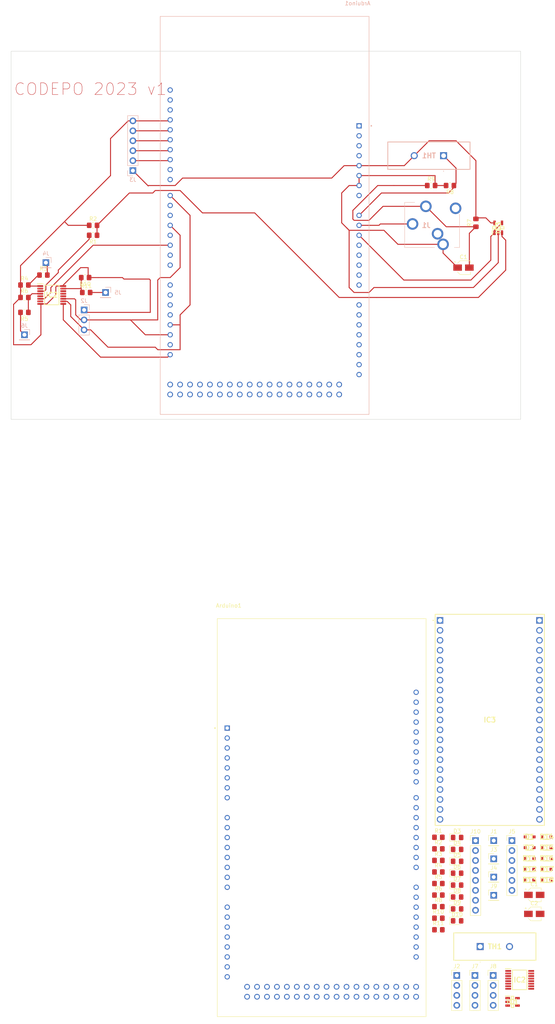
<source format=kicad_pcb>
(kicad_pcb (version 20221018) (generator pcbnew)
  (layers (0 "F.Cu" signal) (31 "B.Cu" signal) (34 "B.Paste" user) (35 "F.Paste" user) (36 "B.SilkS" user "B.Silkscreen") (37 "F.SilkS" user "F.Silkscreen") (38 "B.Mask" user) (39 "F.Mask" user) (44 "Edge.Cuts" user))
  (net 0 "")
  (net 5 "5V")
  (net 6 "0")
  (net 8 "Net-(Arduino1-ADC0)")
  (net 9 "Net-(Arduino1-ADC1)")
  (net 10 "Net-(Arduino1-ADC2)")
  (net 11 "Net-(Arduino1-ADC3)")
  (net 12 "Net-(Arduino1-ADC4)")
  (net 13 "Net-(Arduino1-ADC5)")
  (net 14 "Net-(Arduino1-ADC6)")
  (net 15 "Net-(Arduino1-ADC7)")
  (net 59 "Net-(Arduino1-D18{slash}TX1)")
  (net 61 "Net-(Arduino1-D19{slash}RX1)")
  (net 62 "Net-(Arduino1-D17{slash}RX2)")
  (net 63 "Net-(Arduino1-D16{slash}TX2)")
  (net 68 "Net-(Arduino1-D2)")
  (net 72 "Net-(IC2-VDD)")
  (net 83 "Net-(IC1-V+)")
  (net 84 "Net-(IC2-S4)")
  (net 85 "Net-(IC2-D)")
  (net 86 "Net-(IC2-S7)")
  (net 87 "Net-(D18-A)")
  (net 89 "Net-(IC2-S3)")
  (net 91 "Net-(IC2-S2)")
  (net 131 "Net-(J1-Pin_1)")
  (net 132 "Net-(J3-Pin_1)")
  (net 133 "Net-(J4-Pin_1)")
  (net 142 "Net-(Arduino1-D52)")
  (footprint "schottky:SODFL2513X70N" (layer "F.Cu") (at 217.23 119.21)
    (fp_text reference "D12")
    (fp_text value "D_Schottky" hide)
  )
  (footprint "Connector_PinHeader_2.54mm:PinHeader_1x01_P2.54mm_Vertical" (layer "F.Cu") (at 208.06 121.21)
    (fp_text reference "J4")
    (fp_text value "Conn_01x01_Pin")
  )
  (footprint "Diode_SMD:D_0805_2012Metric_Pad1.15x1.40mm_HandSolder" (layer "F.Cu") (at 198.715 114.145)
    (fp_text reference "D4")
    (fp_text value "D_Zener")
  )
  (footprint "Diode_SMD:D_0805_2012Metric_Pad1.15x1.40mm_HandSolder" (layer "F.Cu") (at 198.715 132.385)
    (fp_text reference "D10")
    (fp_text value "D_Zener")
  )
  (footprint "Connector_PinHeader_2.54mm:PinHeader_1x01_P2.54mm_Vertical" (layer "F.Cu") (at 208.06 116.56)
    (fp_text reference "J3")
    (fp_text value "Conn_01x01_Pin")
  )
  (footprint "Resistor_SMD:R_0805_2012Metric_Pad1.20x1.40mm_HandSolder" (layer "F.Cu") (at 193.92 134.66)
    (fp_text reference "R11")
    (fp_text value "910Kohm")
  )
  (footprint "Diode_SMD:D_0805_2012Metric_Pad1.15x1.40mm_HandSolder" (layer "F.Cu") (at 198.715 126.305)
    (fp_text reference "D8")
    (fp_text value "D_Zener")
  )
  (footprint "Capacitor_SMD:CP_Elec_3x5.3" (layer "F.Cu") (at 200.33 -34.37)
    (fp_text reference "C1")
    (fp_text value "100 uF" hide)
  )
  (footprint "Resistor_SMD:R_0805_2012Metric_Pad1.20x1.40mm_HandSolder" (layer "F.Cu") (at 93.015 -32.465)
    (fp_text reference "R3")
    (fp_text value "910Kohm")
  )
  (footprint "thermistor ntc:B57364S0300M000" (layer "F.Cu") (at 204.595 138.955)
    (fp_text reference "TH1")
    (fp_text value "Thermistor_NTC" hide)
  )
  (footprint "Resistor_SMD:R_0805_2012Metric_Pad1.20x1.40mm_HandSolder" (layer "F.Cu") (at 193.92 114.01)
    (fp_text reference "R2")
    (fp_text value "270kohm")
  )
  (footprint "Resistor_SMD:R_0805_2012Metric_Pad1.20x1.40mm_HandSolder" (layer "F.Cu") (at 192.075 -55.325)
    (fp_text reference "R9")
    (fp_text value "10kohm")
  )
  (footprint "Diode_SMD:D_0805_2012Metric_Pad1.15x1.40mm_HandSolder" (layer "F.Cu") (at 198.715 111.105)
    (fp_text reference "D3")
    (fp_text value "D_Zener")
  )
  (footprint "Diode_SMD:D_0805_2012Metric_Pad1.15x1.40mm_HandSolder" (layer "F.Cu") (at 198.715 120.225)
    (fp_text reference "D6")
    (fp_text value "D_Zener")
  )
  (footprint "schottky:SODFL2513X70N" (layer "F.Cu") (at 221.62 116.46)
    (fp_text reference "D16")
    (fp_text value "D_Schottky" hide)
  )
  (footprint "schottky:SODFL2513X70N" (layer "F.Cu") (at 221.62 119.21)
    (fp_text reference "D17")
    (fp_text value "D_Schottky" hide)
  )
  (footprint "Resistor_SMD:R_0805_2012Metric_Pad1.20x1.40mm_HandSolder" (layer "F.Cu") (at 105.715 -42.625 180)
    (fp_text reference "R1")
    (fp_text value "910kohm")
  )
  (footprint "schottky:SODFL2513X70N" (layer "F.Cu") (at 221.62 110.96)
    (fp_text reference "D14")
    (fp_text value "D_Schottky" hide)
  )
  (footprint "TMUX:SOP65P640X120-16N" (layer "F.Cu") (at 95.157 -27.385)
    (fp_text reference "IC2")
    (fp_text value "TMUX4051PWR" hide)
  )
  (footprint "OPA182IDBVR:SOT95P280X145-5N" (layer "F.Cu") (at 209.22 -44.53 90)
    (fp_text reference "IC3")
    (fp_text value "OPA182IDBVR" hide)
  )
  (footprint "Connector_PinHeader_2.54mm:PinHeader_1x04_P2.54mm_Vertical" (layer "F.Cu") (at 207.92 146.33)
    (fp_text reference "J8")
    (fp_text value "Conn_01x04_Pin")
  )
  (footprint "Capacitor_SMD:CP_Elec_3x5.3" (layer "F.Cu") (at 218.41 130.61)
    (fp_text reference "C2")
    (fp_text value "0.1uF")
  )
  (footprint "Resistor_SMD:R_0805_2012Metric_Pad1.20x1.40mm_HandSolder" (layer "F.Cu") (at 88.172 -29.925)
    (fp_text reference "R4")
    (fp_text value "450kohm")
  )
  (footprint "Resistor_SMD:R_0805_2012Metric_Pad1.20x1.40mm_HandSolder" (layer "F.Cu") (at 193.92 131.71)
    (fp_text reference "R10")
    (fp_text value "910Kohm")
  )
  (footprint "OPA182IDBVR:SOT95P280X145-5N" (layer "F.Cu") (at 212.87 153.075)
    (fp_text reference "IC1")
    (fp_text value "OPA182IDBVR" hide)
  )
  (footprint "Resistor_SMD:R_0805_2012Metric_Pad1.20x1.40mm_HandSolder" (layer "F.Cu") (at 103.682 -31.83 180)
    (fp_text reference "R10")
    (fp_text value "910Kohm")
  )
  (footprint "Diode_SMD:D_0805_2012Metric_Pad1.15x1.40mm_HandSolder" (layer "F.Cu") (at 198.715 129.345)
    (fp_text reference "D9")
    (fp_text value "D_Zener")
  )
  (footprint "Resistor_SMD:R_0805_2012Metric_Pad1.20x1.40mm_HandSolder" (layer "F.Cu") (at 88.172 -26.75)
    (fp_text reference "R6")
    (fp_text value "300kohm")
  )
  (footprint "schottky:SODFL2513X70N" (layer "F.Cu") (at 217.23 121.96)
    (fp_text reference "D13")
    (fp_text value "D_Schottky" hide)
  )
  (footprint "Resistor_SMD:R_0805_2012Metric_Pad1.20x1.40mm_HandSolder" (layer "F.Cu") (at 203.505 -45.8 90)
    (fp_text reference "R7")
    (fp_text value "10kohm")
  )
  (footprint "Resistor_SMD:R_0805_2012Metric_Pad1.20x1.40mm_HandSolder" (layer "F.Cu") (at 105.715 -45.165)
    (fp_text reference "R2")
    (fp_text value "270kohm")
  )
  (footprint "schottky:SODFL2513X70N" (layer "F.Cu") (at 217.23 113.71)
    (fp_text reference "D2")
    (fp_text value "D_Schottky" hide)
  )
  (footprint "Connector_PinHeader_2.54mm:PinHeader_1x04_P2.54mm_Vertical" (layer "F.Cu") (at 203.27 146.33)
    (fp_text reference "J7")
    (fp_text value "Conn_01x04_Pin")
  )
  (footprint "Capacitor_SMD:CP_Elec_3x5.3" (layer "F.Cu") (at 218.41 125.76)
    (fp_text reference "C1")
    (fp_text value "0.1uF")
  )
  (footprint "TMUX4051PWR:SOP65P640X120-16N" (layer "F.Cu") (at 214.695 147.455)
    (fp_text reference "IC2")
    (fp_text value "TMUX4051PWR" hide)
  )
  (footprint "schottky:SODFL2513X70N" (layer "F.Cu") (at 221.62 113.71)
    (fp_text reference "D15")
    (fp_text value "D_Schottky" hide)
  )
  (footprint "Resistor_SMD:R_0805_2012Metric_Pad1.20x1.40mm_HandSolder" (layer "F.Cu") (at 193.92 125.81)
    (fp_text reference "R6")
    (fp_text value "300kohm")
  )
  (footprint "Connector_PinHeader_2.54mm:PinHeader_1x04_P2.54mm_Vertical" (layer "F.Cu") (at 198.62 146.33)
    (fp_text reference "J2")
    (fp_text value "Conn_01x04_Pin")
  )
  (footprint "Resistor_SMD:R_0805_2012Metric_Pad1.20x1.40mm_HandSolder" (layer "F.Cu") (at 103.952 -28.02)
    (fp_text reference "R11")
    (fp_text value "910Kohm")
  )
  (footprint "schottky:SODFL2513X70N" (layer "F.Cu") (at 217.23 116.46)
    (fp_text reference "D11")
    (fp_text value "D_Schottky" hide)
  )
  (footprint "Connector_PinHeader_2.54mm:PinHeader_1x01_P2.54mm_Vertical" (layer "F.Cu") (at 208.06 111.91)
    (fp_text reference "J1")
    (fp_text value "Conn_01x01_Pin")
  )
  (footprint "Resistor_SMD:R_0805_2012Metric_Pad1.20x1.40mm_HandSolder" (layer "F.Cu") (at 193.92 119.91)
    (fp_text reference "R4")
    (fp_text value "450kohm")
  )
  (footprint "Resistor_SMD:R_0805_2012Metric_Pad1.20x1.40mm_HandSolder" (layer "F.Cu") (at 193.92 122.86)
    (fp_text reference "R5")
    (fp_text value "910 kohms")
  )
  (footprint "Resistor_SMD:R_0805_2012Metric_Pad1.20x1.40mm_HandSolder" (layer "F.Cu") (at 193.92 128.76)
    (fp_text reference "R8")
    (fp_text value "10kohm")
  )
  (footprint "Resistor_SMD:R_0805_2012Metric_Pad1.20x1.40mm_HandSolder" (layer "F.Cu") (at 193.92 116.96)
    (fp_text reference "R3")
    (fp_text value "910Kohm")
  )
  (footprint "Diode_SMD:D_0805_2012Metric_Pad1.15x1.40mm_HandSolder" (layer "F.Cu") (at 198.715 117.185)
    (fp_text reference "D5")
    (fp_text value "D_Zener")
  )
  (footprint "Resistor_SMD:R_0805_2012Metric_Pad1.20x1.40mm_HandSolder" (layer "F.Cu") (at 193.92 111.06)
    (fp_text reference "R1")
    (fp_text value "910kohm")
  )
  (footprint "Resistor_SMD:R_0805_2012Metric_Pad1.20x1.40mm_HandSolder" (layer "F.Cu") (at 196.885 -55.325 180)
    (fp_text reference "R8")
    (fp_text value "10kohm")
  )
  (footprint "schottky:SODFL2513X70N" (layer "F.Cu") (at 221.62 121.96)
    (fp_text reference "D18")
    (fp_text value "D_Schottky" hide)
  )
  (footprint "A000062 (2):MODULE_A000062" (layer "F.Cu") (at 164.105 106.04)
    (fp_text reference "Arduino1")
    (fp_text value "DUE")
  )
  (footprint "Connector_PinHeader_2.54mm:PinHeader_1x06_P2.54mm_Vertical" (layer "F.Cu") (at 212.71 111.91)
    (fp_text reference "J5")
    (fp_text value "Conn_01x06_Pin")
  )
  (footprint "Resistor_SMD:R_0805_2012Metric_Pad1.20x1.40mm_HandSolder" (layer "F.Cu") (at 88.172 -22.94 180)
    (fp_text reference "R5")
    (fp_text value "910 kohms")
  )
  (footprint "Connector_PinHeader_2.54mm:PinHeader_1x08_P2.54mm_Vertical" (layer "F.Cu") (at 203.41 111.91)
    (fp_text reference "J10")
    (fp_text value "Conn_01x08_Pin")
  )
  (footprint "schottky:SODFL2513X70N" (layer "F.Cu") (at 217.23 110.96)
    (fp_text reference "D1")
    (fp_text value "D_Schottky" hide)
  )
  (footprint "ESP32-S2-Saola-1RI:ESP32S2Saola1RI" (layer "F.Cu") (at 194.345 55.685)
    (fp_text reference "IC3")
    (fp_text value "ESP32-S2-Saola-1RI" hide)
  )
  (footprint "Connector_PinHeader_2.54mm:PinHeader_1x01_P2.54mm_Vertical" (layer "F.Cu") (at 208.06 125.86)
    (fp_text reference "J9")
    (fp_text value "Conn_01x01_Pin")
  )
  (footprint "Diode_SMD:D_0805_2012Metric_Pad1.15x1.40mm_HandSolder" (layer "F.Cu") (at 198.715 123.265)
    (fp_text reference "D7")
    (fp_text value "D_Zener")
  )
  (footprint "Connector_PinHeader_2.54mm:PinHeader_1x01_P2.54mm_Vertical" (layer "B.Cu") (at 93.65 -35.64 180)
    (fp_text reference "J4")
    (fp_text value "Conn_01x01_Pin")
  )
  (footprint "Connector_PinHeader_2.54mm:PinHeader_1x06_P2.54mm_Vertical" (layer "B.Cu") (at 115.875 -59.135)
    (fp_text reference "J3")
    (fp_text value "Conn_01x06_Pin")
  )
  (footprint "thermistor ntc:B57364S0300M000" (layer "B.Cu") (at 195.25 -62.945 180)
    (fp_text reference "TH1")
    (fp_text value "Thermistor_NTC" hide)
  )
  (footprint "Connector_PinHeader_2.54mm:PinHeader_1x01_P2.54mm_Vertical" (layer "B.Cu") (at 108.89 -28.02 180)
    (fp_text reference "J5")
    (fp_text value "Conn_01x01_Pin")
  )
  (footprint "A000062 (2):MODULE_A000062" (layer "B.Cu") (at 149.53 -47.705 180)
    (fp_text reference "Arduino1")
    (fp_text value "DUE")
  )
  (footprint "35RAPC4BH3:35RAPC4BH3" (layer "B.Cu") (at 187.3165 -45.515)
    (fp_text reference "J1")
    (fp_text value "35RAPC4BH3" hide)
  )
  (footprint "Connector_PinHeader_2.54mm:PinHeader_1x01_P2.54mm_Vertical" (layer "B.Cu") (at 88.172 -17.225 180)
    (fp_text reference "J6")
    (fp_text value "Conn_01x01_Pin")
  )
  (footprint "Connector_PinHeader_2.54mm:PinHeader_1x03_P2.54mm_Vertical" (layer "B.Cu") (at 103.412 -23.56 180)
    (fp_text reference "J2")
    (fp_text value "Conn_01x03_Pin")
  )
  (gr_rect (start 84.76 -89.615) (end 214.935 4.365) (stroke (width 0.1)) (fill none) (layer "Edge.Cuts"))
  (gr_text "CODEPO 2023 v1	" (at 85.395 -78.185) (layer "F.Cu") (effects (font (size 3 3) (thickness 0.1)) (justify left bottom)))
  (segment (start 185.09 -31.195) (end 173.66 -42.625) (width 0.25) (layer "F.Cu") (net 0))
  (segment (start 127.94 -13.415) (end 127.94 -19.765) (width 0.25) (layer "F.Cu") (net 0))
  (segment (start 173.955 -42.33) (end 173.66 -42.625) (width 0.25) (layer "F.Cu") (net 0))
  (segment (start 103.412 -18.48) (end 100 -21.892) (width 0.25) (layer "F.Cu") (net 0))
  (segment (start 198.425 -55.865) (end 197.885 -55.325) (width 0.25) (layer "F.Cu") (net 0))
  (segment (start 198.425 -66.755) (end 203.505 -61.675) (width 0.25) (layer "F.Cu") (net 0))
  (segment (start 171.12 -29.29) (end 171.12 -43.775) (width 0.25) (layer "F.Cu") (net 0))
  (segment (start 115.875 -69.295) (end 125.146 -69.295) (width 0.25) (layer "F.Cu") (net 0))
  (segment (start 100 -24.845) (end 99.085 -25.76) (width 0.25) (layer "F.Cu") (net 0))
  (segment (start 209.22 -43.28) (end 209.22 -35.64) (width 0.25) (layer "F.Cu") (net 0))
  (segment (start 127.94 -34.37) (end 127.94 -42.625) (width 0.25) (layer "F.Cu") (net 0))
  (segment (start 180.01 -43.895) (end 171.12 -43.895) (width 0.25) (layer "F.Cu") (net 0))
  (segment (start 176.2 -46.435) (end 172.39 -46.435) (width 0.25) (layer "F.Cu") (net 0))
  (segment (start 105.715 -40.085) (end 125.4 -40.085) (width 0.25) (layer "F.Cu") (net 0))
  (segment (start 177.47 -47.705) (end 176.2 -46.435) (width 0.25) (layer "F.Cu") (net 0))
  (segment (start 113.5885 -31.4485) (end 120.0665 -31.4485) (width 0.25) (layer "F.Cu") (net 0))
  (segment (start 106.715 -45.165) (end 106.715 -42.625) (width 0.25) (layer "F.Cu") (net 0))
  (segment (start 100.975 -26.41) (end 98.095 -26.41) (width 0.25) (layer "F.Cu") (net 0))
  (segment (start 103.412 -21.02) (end 115.255 -21.02) (width 0.25) (layer "F.Cu") (net 0))
  (segment (start 115.875 -61.675) (end 125.146 -61.675) (width 0.25) (layer "F.Cu") (net 0))
  (segment (start 166.675 -57.23) (end 169.85 -60.405) (width 0.25) (layer "F.Cu") (net 0))
  (segment (start 89.172 -26.75) (end 90.132 -27.71) (width 0.25) (layer "F.Cu") (net 0))
  (segment (start 182.55 -55.325) (end 191.075 -55.325) (width 0.25) (layer "F.Cu") (net 0))
  (segment (start 119.05 -17.225) (end 125.4 -17.225) (width 0.25) (layer "F.Cu") (net 0))
  (segment (start 195.1165 -40.315) (end 195.1165 -38.0835) (width 0.25) (layer "F.Cu") (net 0))
  (segment (start 102.555 -21.02) (end 101.27 -22.305) (width 0.25) (layer "F.Cu") (net 0))
  (segment (start 99.365 -45.165) (end 98.4125 -46.1175) (width 0.25) (layer "F.Cu") (net 0))
  (segment (start 96.825 -33.1) (end 93.65 -29.925) (width 0.25) (layer "F.Cu") (net 0))
  (segment (start 92.219 -26.41) (end 93.2815 -26.41) (width 0.25) (layer "F.Cu") (net 0))
  (segment (start 172.39 -28.02) (end 171.12 -29.29) (width 0.25) (layer "F.Cu") (net 0))
  (segment (start 101.27 -26.115) (end 100.975 -26.41) (width 0.25) (layer "F.Cu") (net 0))
  (segment (start 127.305 -55.96) (end 128.575 -57.23) (width 0.25) (layer "F.Cu") (net 0))
  (segment (start 87.172 -18.225) (end 88.172 -17.225) (width 0.25) (layer "F.Cu") (net 0))
  (segment (start 106.715 -45.165) (end 114.97 -53.42) (width 0.25) (layer "F.Cu") (net 0))
  (segment (start 203.505 -44.8) (end 201.83 -43.125) (width 0.25) (layer "F.Cu") (net 0))
  (segment (start 172.0725 -48.975) (end 178.4225 -55.325) (width 0.25) (layer "F.Cu") (net 0))
  (segment (start 121.59 -54.055) (end 127.94 -54.055) (width 0.25) (layer "F.Cu") (net 0))
  (segment (start 190.7165 -50.015) (end 195.9315 -44.8) (width 0.25) (layer "F.Cu") (net 0))
  (segment (start 87.467 -28.36) (end 87.172 -28.655) (width 0.25) (layer "F.Cu") (net 0))
  (segment (start 195.885 -55.325) (end 193.075 -55.325) (width 0.25) (layer "F.Cu") (net 0))
  (segment (start 190.7165 -50.015) (end 179.78 -50.015) (width 0.25) (layer "F.Cu") (net 0))
  (segment (start 178.105 -26.75) (end 168.58 -26.75) (width 0.25) (layer "F.Cu") (net 0))
  (segment (start 122.225 -31.195) (end 122.86 -31.83) (width 0.25) (layer "F.Cu") (net 0))
  (segment (start 127.94 -19.765) (end 127.94 -22.305) (width 0.25) (layer "F.Cu") (net 0))
  (segment (start 115.875 -64.215) (end 125.146 -64.215) (width 0.25) (layer "F.Cu") (net 0))
  (segment (start 103.412 -21.02) (end 102.555 -21.02) (width 0.25) (layer "F.Cu") (net 0))
  (segment (start 196.477056 -53.42) (end 179.375 -53.42) (width 0.25) (layer "F.Cu") (net 0))
  (segment (start 110.16 -57.865) (end 110.16 -67.322081) (width 0.25) (layer "F.Cu") (net 0))
  (segment (start 178.4225 -55.325) (end 182.55 -55.325) (width 0.25) (layer "F.Cu") (net 0))
  (segment (start 107.62 -11.51) (end 124.765 -11.51) (width 0.25) (layer "F.Cu") (net 0))
  (segment (start 125.146 -61.675) (end 125.4 -61.929) (width 0.25) (layer "F.Cu") (net 0))
  (segment (start 173.955 -40.38) (end 173.66 -40.085) (width 0.25) (layer "F.Cu") (net 0))
  (segment (start 87.172 -34.877) (end 98.4125 -46.1175) (width 0.25) (layer "F.Cu") (net 0))
  (segment (start 102.682 -29.29) (end 102.682 -28.29) (width 0.25) (layer "F.Cu") (net 0))
  (segment (start 120.32 -31.195) (end 120.32 -22.94) (width 0.25) (layer "F.Cu") (net 0))
  (segment (start 98.095 -24.845) (end 98.095 -21.035) (width 0.25) (layer "F.Cu") (net 0))
  (segment (start 203.505 -61.675) (end 203.505 -46.8) (width 0.25) (layer "F.Cu") (net 0))
  (segment (start 203.775 -47.07) (end 203.505 -46.8) (width 0.25) (layer "F.Cu") (net 0))
  (segment (start 120.32 -22.94) (end 103.81 -22.94) (width 0.25) (layer "F.Cu") (net 0))
  (segment (start 96.825 -33.735) (end 96.825 -33.1) (width 0.25) (layer "F.Cu") (net 0))
  (segment (start 125.146 -66.755) (end 125.4 -67.009) (width 0.25) (layer "F.Cu") (net 0))
  (segment (start 179.375 -53.42) (end 173.66 -47.705) (width 0.25) (layer "F.Cu") (net 0))
  (segment (start 92.219 -29.66) (end 89.437 -29.66) (width 0.25) (layer "F.Cu") (net 0))
  (segment (start 124.765 -11.51) (end 125.4 -12.145) (width 0.25) (layer "F.Cu") (net 0))
  (segment (start 93.2815 -28.36) (end 92.219 -28.36) (width 0.25) (layer "F.Cu") (net 0))
  (segment (start 87.172 -29.925) (end 87.172 -34.877) (width 0.25) (layer "F.Cu") (net 0))
  (segment (start 179.09 -45.515) (end 178.74 -45.165) (width 0.25) (layer "F.Cu") (net 0))
  (segment (start 104.715 -45.165) (end 99.365 -45.165) (width 0.25) (layer "F.Cu") (net 0))
  (segment (start 98.4125 -46.1175) (end 110.16 -57.865) (width 0.25) (layer "F.Cu") (net 0))
  (segment (start 104.445 -32.564056) (end 104.445 -34.37) (width 0.25) (layer "F.Cu") (net 0))
  (segment (start 102.54 -34.37) (end 98.095 -29.925) (width 0.25) (layer "F.Cu") (net 0))
  (segment (start 93.2815 -26.41) (end 94.92 -28.0485) (width 0.25) (layer "F.Cu") (net 0))
  (segment (start 178.105 -26.75) (end 204.14 -26.75) (width 0.25) (layer "F.Cu") (net 0))
  (segment (start 171.12 -55.325) (end 173.66 -55.325) (width 0.25) (layer "F.Cu") (net 0))
  (segment (start 100 -21.892) (end 100 -24.845) (width 0.25) (layer "F.Cu") (net 0))
  (segment (start 120.955 -53.42) (end 121.59 -54.055) (width 0.25) (layer "F.Cu") (net 0))
  (segment (start 114.672919 -71.835) (end 115.875 -71.835) (width 0.25) (layer "F.Cu") (net 0))
  (segment (start 87.172 -22.94) (end 87.172 -18.225) (width 0.25) (layer "F.Cu") (net 0))
  (segment (start 207.315 -36.275) (end 202.235 -31.195) (width 0.25) (layer "F.Cu") (net 0))
  (segment (start 210.17 -42.31) (end 210.17 -43.28) (width 0.25) (layer "F.Cu") (net 0))
  (segment (start 168.58 -26.75) (end 146.99 -48.34) (width 0.25) (layer "F.Cu") (net 0))
  (segment (start 93.915 -25.11) (end 96.19 -27.385) (width 0.25) (layer "F.Cu") (net 0))
  (segment (start 96.19 -29.42863) (end 96.42137 -29.66) (width 0.25) (layer "F.Cu") (net 0))
  (segment (start 146.99 -48.34) (end 133.655 -48.34) (width 0.25) (layer "F.Cu") (net 0))
  (segment (start 125.4 -31.83) (end 127.94 -34.37) (width 0.25) (layer "F.Cu") (net 0))
  (segment (start 171.12 -43.775) (end 171.18 -43.835) (width 0.25) (layer "F.Cu") (net 0))
  (segment (start 206.045 -47.07) (end 203.775 -47.07) (width 0.25) (layer "F.Cu") (net 0))
  (segment (start 104.682 -31.83) (end 104.682 -32.327056) (width 0.25) (layer "F.Cu") (net 0))
  (segment (start 103.412 -23.338) (end 103.412 -23.56) (width 0.25) (layer "F.Cu") (net 0))
  (segment (start 122.225 -21.02) (end 122.225 -31.195) (width 0.25) (layer "F.Cu") (net 0))
  (segment (start 169.215 -45.8) (end 169.215 -53.42) (width 0.25) (layer "F.Cu") (net 0))
  (segment (start 104.445 -34.37) (end 102.54 -34.37) (width 0.25) (layer "F.Cu") (net 0))
  (segment (start 104.682 -31.83) (end 106.985 -31.83) (width 0.25) (layer "F.Cu") (net 0))
  (segment (start 93.65 -28.7285) (end 93.2815 -28.36) (width 0.25) (layer "F.Cu") (net 0))
  (segment (start 208.27 -43.28) (end 208.27 -43.88) (width 0.25) (layer "F.Cu") (net 0))
  (segment (start 197.885 -54.827944) (end 196.477056 -53.42) (width 0.25) (layer "F.Cu") (net 0))
  (segment (start 122.86 -31.83) (end 125.4 -31.83) (width 0.25) (layer "F.Cu") (net 0))
  (segment (start 103.81 -22.94) (end 103.412 -23.338) (width 0.25) (layer "F.Cu") (net 0))
  (segment (start 94.92 -28.0485) (end 94.92 -29.29) (width 0.25) (layer "F.Cu") (net 0))
  (segment (start 120.0665 -31.4485) (end 120.32 -31.195) (width 0.25) (layer "F.Cu") (net 0))
  (segment (start 115.875 -71.835) (end 125.146 -71.835) (width 0.25) (layer "F.Cu") (net 0))
  (segment (start 87.172 -26.75) (end 87.172 -28.655) (width 0.25) (layer "F.Cu") (net 0))
  (segment (start 87.172 -28.655) (end 87.172 -29.925) (width 0.25) (layer "F.Cu") (net 0))
  (segment (start 176.2 -28.02) (end 172.39 -28.02) (width 0.25) (layer "F.Cu") (net 0))
  (segment (start 128.575 -57.23) (end 166.675 -57.23) (width 0.25) (layer "F.Cu") (net 0))
  (segment (start 121.59 -14.05) (end 122.225 -13.415) (width 0.25) (layer "F.Cu") (net 0))
  (segment (start 89.84 -14.685) (end 85.395 -14.685) (width 0.25) (layer "F.Cu") (net 0))
  (segment (start 102.682 -29.29) (end 102.402 -29.01) (width 0.25) (layer "F.Cu") (net 0))
  (segment (start 114.97 -53.42) (end 120.955 -53.42) (width 0.25) (layer "F.Cu") (net 0))
  (segment (start 187.3165 -45.515) (end 179.09 -45.515) (width 0.25) (layer "F.Cu") (net 0))
  (segment (start 172.0725 -46.7525) (end 172.39 -46.435) (width 0.25) (layer "F.Cu") (net 0))
  (segment (start 110.16 -67.322081) (end 114.672919 -71.835) (width 0.25) (layer "F.Cu") (net 0))
  (segment (start 104.682 -32.327056) (end 104.445 -32.564056) (width 0.25) (layer "F.Cu") (net 0))
  (segment (start 208.27 -43.88) (end 210.17 -45.78) (width 0.25) (layer "F.Cu") (net 0))
  (segment (start 92.219 -17.064) (end 89.84 -14.685) (width 0.25) (layer "F.Cu") (net 0))
  (segment (start 85.395 -14.685) (end 85.395 -24.973) (width 0.25) (layer "F.Cu") (net 0))
  (segment (start 125.146 -64.215) (end 125.4 -64.469) (width 0.25) (layer "F.Cu") (net 0))
  (segment (start 85.395 -24.973) (end 87.172 -26.75) (width 0.25) (layer "F.Cu") (net 0))
  (segment (start 185.21 -60.405) (end 187.75 -62.945) (width 0.25) (layer "F.Cu") (net 0))
  (segment (start 115.255 -21.02) (end 122.225 -21.02) (width 0.25) (layer "F.Cu") (net 0))
  (segment (start 130.48 -47.705) (end 125.4 -52.785) (width 0.25) (layer "F.Cu") (net 0))
  (segment (start 170.485 -44.53) (end 171.18 -43.835) (width 0.25) (layer "F.Cu") (net 0))
  (segment (start 125.146 -71.835) (end 125.4 -72.089) (width 0.25) (layer "F.Cu") (net 0))
  (segment (start 104.715 -42.625) (end 104.715 -41.625) (width 0.25) (layer "F.Cu") (net 0))
  (segment (start 195.1165 -38.0835) (end 198.83 -34.37) (width 0.25) (layer "F.Cu") (net 0))
  (segment (start 92.38 -17.225) (end 92.38 -24.21) (width 0.25) (layer "F.Cu") (net 0))
  (segment (start 113.207 -31.83) (end 113.5885 -31.4485) (width 0.25) (layer "F.Cu") (net 0))
  (segment (start 195.25 -62.945) (end 198.425 -59.77) (width 0.25) (layer "F.Cu") (net 0))
  (segment (start 96.19 -27.385) (end 96.19 -29.42863) (width 0.25) (layer "F.Cu") (net 0))
  (segment (start 102.682 -28.29) (end 102.952 -28.02) (width 0.25) (layer "F.Cu") (net 0))
  (segment (start 171.12 -43.895) (end 170.485 -44.53) (width 0.25) (layer "F.Cu") (net 0))
  (segment (start 94.015 -35.275) (end 93.65 -35.64) (width 0.25) (layer "F.Cu") (net 0))
  (segment (start 92.38 -24.21) (end 92.38 -24.845) (width 0.25) (layer "F.Cu") (net 0))
  (segment (start 127.94 -22.305) (end 130.48 -24.845) (width 0.25) (layer "F.Cu") (net 0))
  (segment (start 191.56 -66.755) (end 198.425 -66.755) (width 0.25) (layer "F.Cu") (net 0))
  (segment (start 204.14 -26.75) (end 211.125 -33.735) (width 0.25) (layer "F.Cu") (net 0))
  (segment (start 208.27 -43.28) (end 207.315 -42.325) (width 0.25) (layer "F.Cu") (net 0))
  (segment (start 119.895 -55.325) (end 119.79 -55.22) (width 0.25) (layer "F.Cu") (net 0))
  (segment (start 126.67 -55.325) (end 119.895 -55.325) (width 0.25) (layer "F.Cu") (net 0))
  (segment (start 89.172 -22.94) (end 89.172 -26.75) (width 0.25) (layer "F.Cu") (net 0))
  (segment (start 98.095 -21.035) (end 107.62 -11.51) (width 0.25) (layer "F.Cu") (net 0))
  (segment (start 180.645 -43.26) (end 180.01 -43.895) (width 0.25) (layer "F.Cu") (net 0))
  (segment (start 130.48 -24.845) (end 130.48 -47.705) (width 0.25) (layer "F.Cu") (net 0))
  (segment (start 92.219 -25.11) (end 93.915 -25.11) (width 0.25) (layer "F.Cu") (net 0))
  (segment (start 99.085 -25.76) (end 98.095 -25.76) (width 0.25) (layer "F.Cu") (net 0))
  (segment (start 207.335 -45.78) (end 206.045 -47.07) (width 0.25) (layer "F.Cu") (net 0))
  (segment (start 103.412 -18.48) (end 105.095 -18.48) (width 0.25) (layer "F.Cu") (net 0))
  (segment (start 169.85 -60.405) (end 173.66 -60.405) (width 0.25) (layer "F.Cu") (net 0))
  (segment (start 173.66 -57.865) (end 173.66 -55.325) (width 0.25) (layer "F.Cu") (net 0))
  (segment (start 177.47 -29.29) (end 176.2 -28.02) (width 0.25) (layer "F.Cu") (net 0))
  (segment (start 211.125 -41.355) (end 210.17 -42.31) (width 0.25) (layer "F.Cu") (net 0))
  (segment (start 195.1165 -40.315) (end 183.59 -40.315) (width 0.25) (layer "F.Cu") (net 0))
  (segment (start 102.682 -31.83) (end 102.682 -29.29) (width 0.25) (layer "F.Cu") (net 0))
  (segment (start 202.87 -29.29) (end 177.47 -29.29) (width 0.25) (layer "F.Cu") (net 0))
  (segment (start 127.94 -42.625) (end 125.4 -45.165) (width 0.25) (layer "F.Cu") (net 0))
  (segment (start 202.235 -31.195) (end 185.09 -31.195) (width 0.25) (layer "F.Cu") (net 0))
  (segment (start 93.65 -29.925) (end 93.65 -28.7285) (width 0.25) (layer "F.Cu") (net 0))
  (segment (start 195.9315 -44.8) (end 203.505 -44.8) (width 0.25) (layer "F.Cu") (net 0))
  (segment (start 122.225 -13.415) (end 127.94 -13.415) (width 0.25) (layer "F.Cu") (net 0))
  (segment (start 193.075 -57.865) (end 173.66 -57.865) (width 0.25) (layer "F.Cu") (net 0))
  (segment (start 106.985 -31.83) (end 113.207 -31.83) (width 0.25) (layer "F.Cu") (net 0))
  (segment (start 197.885 -55.325) (end 197.885 -54.827944) (width 0.25) (layer "F.Cu") (net 0))
  (segment (start 187.75 -62.945) (end 191.56 -66.755) (width 0.25) (layer "F.Cu") (net 0))
  (segment (start 92.015 -32.465) (end 91.712 -32.465) (width 0.25) (layer "F.Cu") (net 0))
  (segment (start 96.42137 -29.66) (end 98.095 -29.66) (width 0.25) (layer "F.Cu") (net 0))
  (segment (start 172.0725 -48.975) (end 172.0725 -46.7525) (width 0.25) (layer "F.Cu") (net 0))
  (segment (start 207.315 -42.325) (end 207.315 -36.275) (width 0.25) (layer "F.Cu") (net 0))
  (segment (start 193.075 -55.325) (end 193.075 -57.865) (width 0.25) (layer "F.Cu") (net 0))
  (segment (start 125.4 -19.765) (end 127.94 -19.765) (width 0.25) (layer "F.Cu") (net 0))
  (segment (start 179.78 -50.015) (end 177.47 -47.705) (width 0.25) (layer "F.Cu") (net 0))
  (segment (start 119.79 -55.22) (end 115.875 -59.135) (width 0.25) (layer "F.Cu") (net 0))
  (segment (start 115.875 -66.755) (end 125.146 -66.755) (width 0.25) (layer "F.Cu") (net 0))
  (segment (start 169.215 -53.42) (end 171.12 -55.325) (width 0.25) (layer "F.Cu") (net 0))
  (segment (start 208.27 -45.78) (end 207.335 -45.78) (width 0.25) (layer "F.Cu") (net 0))
  (segment (start 178.74 -45.165) (end 173.66 -45.165) (width 0.25) (layer "F.Cu") (net 0))
  (segment (start 92.219 -17.064) (end 92.38 -17.225) (width 0.25) (layer "F.Cu") (net 0))
  (segment (start 115.255 -21.02) (end 119.05 -17.225) (width 0.25) (layer "F.Cu") (net 0))
  (segment (start 104.952 -28.02) (end 108.89 -28.02) (width 0.25) (layer "F.Cu") (net 0))
  (segment (start 101.27 -22.305) (end 101.27 -26.115) (width 0.25) (layer "F.Cu") (net 0))
  (segment (start 198.425 -59.77) (end 198.425 -55.865) (width 0.25) (layer "F.Cu") (net 0))
  (segment (start 211.125 -33.735) (end 211.125 -41.355) (width 0.25) (layer "F.Cu") (net 0))
  (segment (start 125.146 -69.295) (end 125.4 -69.549) (width 0.25) (layer "F.Cu") (net 0))
  (segment (start 209.22 -35.64) (end 202.87 -29.29) (width 0.25) (layer "F.Cu") (net 0))
  (segment (start 89.437 -29.66) (end 89.172 -29.925) (width 0.25) (layer "F.Cu") (net 0))
  (segment (start 102.402 -29.01) (end 98.095 -29.01) (width 0.25) (layer "F.Cu") (net 0))
  (segment (start 170.485 -44.53) (end 169.215 -45.8) (width 0.25) (layer "F.Cu") (net 0))
  (segment (start 90.132 -27.71) (end 92.219 -27.71) (width 0.25) (layer "F.Cu") (net 0))
  (segment (start 109.525 -14.05) (end 121.59 -14.05) (width 0.25) (layer "F.Cu") (net 0))
  (segment (start 94.015 -32.465) (end 94.015 -35.275) (width 0.25) (layer "F.Cu") (net 0))
  (segment (start 91.712 -32.465) (end 89.172 -29.925) (width 0.25) (layer "F.Cu") (net 0))
  (segment (start 105.095 -18.48) (end 109.525 -14.05) (width 0.25) (layer "F.Cu") (net 0))
  (segment (start 201.83 -43.125) (end 201.83 -34.42) (width 0.25) (layer "F.Cu") (net 0))
  (segment (start 173.66 -60.405) (end 185.21 -60.405) (width 0.25) (layer "F.Cu") (net 0))
  (segment (start 104.715 -41.625) (end 96.825 -33.735) (width 0.25) (layer "F.Cu") (net 0))
  (segment (start 94.92 -29.29) (end 105.715 -40.085) (width 0.25) (layer "F.Cu") (net 0))
  (segment (start 127.305 -55.96) (end 126.67 -55.325) (width 0.25) (layer "F.Cu") (net 0))
  (segment (start 183.59 -40.315) (end 180.645 -43.26) (width 0.25) (layer "F.Cu") (net 0))
  (segment (start 133.655 -48.34) (end 127.94 -54.055) (width 0.25) (layer "F.Cu") (net 0))
)
</source>
